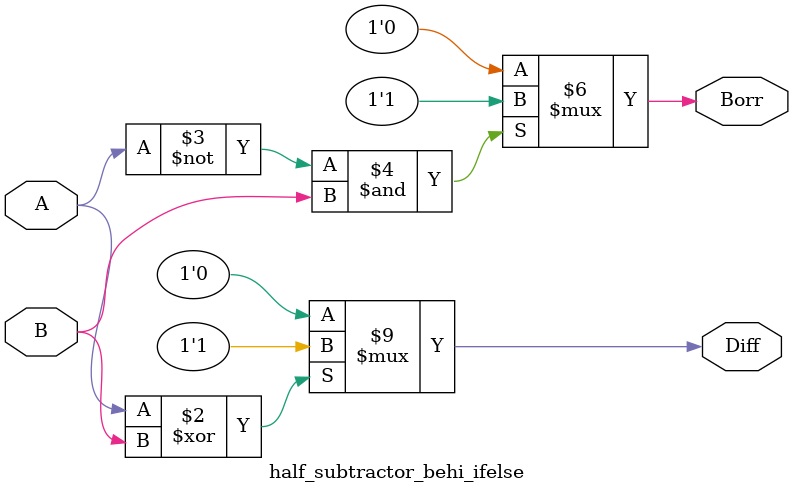
<source format=v>
/********************************************************************************************
Filename    :      half_subtractor_behi_ifelse.v
Description :      Half Subtractor RTL ( Behavioral Modeling )
Author Name :      Sajeel Abid Parray
Language    :      Verilog HDL
Project     :      Half Subtractor (Behavioral-ifelse) 
Date        :      15-November-2025
*********************************************************************************************/

module half_subtractor_behi_ifelse (
input  A, B,
output reg  Diff, Borr   );

always @(*)      
  begin
    
    // DIFFERENCE logic
    if (A ^ B)               //if 'A^B' (Difference equation) is 1 or logically true, then
        Diff = 1'b1;
    else
        Diff = 1'b0;

   // BORROW logic
    if (~A & B)    //if '~A.B' (Borrow equation) is 1 or logically true, then
        Borr = 1'b1;
    else
        Borr = 1'b0;
end

endmodule
</source>
